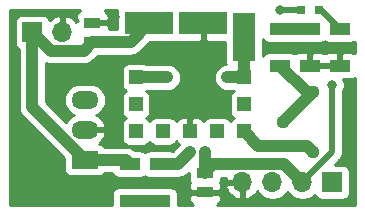
<source format=gtl>
%TF.GenerationSoftware,KiCad,Pcbnew,(5.1.8)-1*%
%TF.CreationDate,2021-03-06T21:20:45+09:00*%
%TF.ProjectId,power module,706f7765-7220-46d6-9f64-756c652e6b69,rev?*%
%TF.SameCoordinates,PX525bfc0PY59a0560*%
%TF.FileFunction,Copper,L1,Top*%
%TF.FilePolarity,Positive*%
%FSLAX46Y46*%
G04 Gerber Fmt 4.6, Leading zero omitted, Abs format (unit mm)*
G04 Created by KiCad (PCBNEW (5.1.8)-1) date 2021-03-06 21:20:45*
%MOMM*%
%LPD*%
G01*
G04 APERTURE LIST*
%TA.AperFunction,ComponentPad*%
%ADD10R,1.700000X1.700000*%
%TD*%
%TA.AperFunction,ComponentPad*%
%ADD11O,1.700000X1.700000*%
%TD*%
%TA.AperFunction,SMDPad,CuDef*%
%ADD12R,1.470000X0.970000*%
%TD*%
%TA.AperFunction,SMDPad,CuDef*%
%ADD13R,0.800000X0.800000*%
%TD*%
%TA.AperFunction,SMDPad,CuDef*%
%ADD14R,1.145000X1.145000*%
%TD*%
%TA.AperFunction,SMDPad,CuDef*%
%ADD15R,4.190000X1.905000*%
%TD*%
%TA.AperFunction,SMDPad,CuDef*%
%ADD16R,1.905000X4.190000*%
%TD*%
%TA.AperFunction,SMDPad,CuDef*%
%ADD17R,1.800000X1.050000*%
%TD*%
%TA.AperFunction,ComponentPad*%
%ADD18C,1.120000*%
%TD*%
%TA.AperFunction,ComponentPad*%
%ADD19R,2.300000X1.500000*%
%TD*%
%TA.AperFunction,ComponentPad*%
%ADD20O,2.300000X1.500000*%
%TD*%
%TA.AperFunction,ViaPad*%
%ADD21C,0.800000*%
%TD*%
%TA.AperFunction,Conductor*%
%ADD22C,1.000000*%
%TD*%
%TA.AperFunction,Conductor*%
%ADD23C,0.500000*%
%TD*%
%TA.AperFunction,Conductor*%
%ADD24C,0.254000*%
%TD*%
%TA.AperFunction,Conductor*%
%ADD25C,0.100000*%
%TD*%
G04 APERTURE END LIST*
D10*
%TO.P,J2,1*%
%TO.N,Net-(C1-Pad1)*%
X27940000Y2540000D03*
D11*
%TO.P,J2,2*%
%TO.N,Net-(C2-Pad1)*%
X25400000Y2540000D03*
%TO.P,J2,3*%
%TO.N,Net-(J2-Pad3)*%
X22860000Y2540000D03*
%TO.P,J2,4*%
%TO.N,Net-(C1-Pad2)*%
X20320000Y2540000D03*
%TD*%
D10*
%TO.P,J1,1*%
%TO.N,Net-(C1-Pad1)*%
X2540000Y15240000D03*
D11*
%TO.P,J1,2*%
%TO.N,Net-(C1-Pad2)*%
X5080000Y15240000D03*
%TD*%
D12*
%TO.P,C1,2*%
%TO.N,Net-(C1-Pad2)*%
X7620000Y16070000D03*
%TO.P,C1,1*%
%TO.N,Net-(C1-Pad1)*%
X7620000Y14410000D03*
%TD*%
%TO.P,C2,1*%
%TO.N,Net-(C2-Pad1)*%
X17145000Y3370000D03*
%TO.P,C2,2*%
%TO.N,Net-(C1-Pad2)*%
X17145000Y1710000D03*
%TD*%
D13*
%TO.P,LED1,1*%
%TO.N,Net-(C2-Pad1)*%
X25285000Y17145000D03*
%TO.P,LED1,2*%
%TO.N,Net-(LED1-Pad2)*%
X26785000Y17145000D03*
%TD*%
D14*
%TO.P,PS1,1*%
%TO.N,Net-(PS1-Pad1)*%
X11305000Y11430000D03*
D15*
%TO.P,PS1,2*%
%TO.N,Net-(C1-Pad1)*%
X12445000Y16000000D03*
%TO.P,PS1,3*%
%TO.N,Net-(C1-Pad2)*%
X17015000Y16000000D03*
D16*
%TO.P,PS1,4*%
%TO.N,Net-(C2-Pad1)*%
X20445000Y14860000D03*
D14*
%TO.P,PS1,5*%
X20445000Y11430000D03*
%TO.P,PS1,6*%
%TO.N,Net-(PS1-Pad6)*%
X20445000Y6860000D03*
%TO.P,PS1,7*%
%TO.N,Net-(C1-Pad2)*%
X15875000Y6860000D03*
%TO.P,PS1,8*%
%TO.N,N/C*%
X13585000Y6860000D03*
%TO.P,PS1,9*%
X11305000Y6860000D03*
%TO.P,PS1,10*%
X11305000Y9140000D03*
%TO.P,PS1,11*%
X20445000Y9140000D03*
%TO.P,PS1,12*%
X18165000Y6860000D03*
%TD*%
D17*
%TO.P,R1,1*%
%TO.N,Net-(C1-Pad1)*%
X10795000Y4090000D03*
%TO.P,R1,2*%
%TO.N,Net-(R1-Pad2)*%
X10795000Y990000D03*
%TD*%
%TO.P,R2,1*%
%TO.N,Net-(LED1-Pad2)*%
X28575000Y15520000D03*
%TO.P,R2,2*%
%TO.N,Net-(C1-Pad2)*%
X28575000Y12420000D03*
%TD*%
D18*
%TO.P,R3,1*%
%TO.N,Net-(PS1-Pad6)*%
X26315000Y5080000D03*
%TO.P,R3,2*%
%TO.N,Net-(R3-Pad2)*%
X23775000Y7620000D03*
%TO.P,R3,3*%
X26315000Y10160000D03*
%TD*%
D17*
%TO.P,R4,1*%
%TO.N,Net-(C1-Pad2)*%
X26035000Y12420000D03*
%TO.P,R4,2*%
%TO.N,Net-(R4-Pad2)*%
X26035000Y15520000D03*
%TD*%
%TO.P,R5,2*%
%TO.N,Net-(PS1-Pad1)*%
X13335000Y4090000D03*
%TO.P,R5,1*%
%TO.N,Net-(R1-Pad2)*%
X13335000Y990000D03*
%TD*%
%TO.P,R6,2*%
%TO.N,Net-(R3-Pad2)*%
X23495000Y12420000D03*
%TO.P,R6,1*%
%TO.N,Net-(R4-Pad2)*%
X23495000Y15520000D03*
%TD*%
D19*
%TO.P,U1,1*%
%TO.N,Net-(C1-Pad1)*%
X6985000Y4445000D03*
D20*
%TO.P,U1,2*%
%TO.N,Net-(C1-Pad2)*%
X6985000Y6985000D03*
%TO.P,U1,3*%
%TO.N,Net-(J2-Pad3)*%
X6985000Y9525000D03*
%TD*%
D21*
%TO.N,Net-(C1-Pad2)*%
X8890000Y11430000D03*
X22860000Y13970000D03*
X9525000Y16510000D03*
X13970000Y8890000D03*
X1270000Y1270000D03*
X1270000Y4445000D03*
X4445000Y1270000D03*
X15240000Y2540000D03*
X29210000Y10160000D03*
%TO.N,Net-(C2-Pad1)*%
X17145000Y5080000D03*
X19050000Y11430000D03*
X27940000Y10795000D03*
X23495000Y17145000D03*
%TO.N,Net-(PS1-Pad1)*%
X15875000Y5080000D03*
X13970000Y11430000D03*
%TD*%
D22*
%TO.N,Net-(C1-Pad1)*%
X2540000Y8890000D02*
X6985000Y4445000D01*
X2540000Y15240000D02*
X2540000Y8890000D01*
X6899999Y13689999D02*
X7620000Y14410000D01*
X4090001Y13689999D02*
X6899999Y13689999D01*
X2540000Y15240000D02*
X4090001Y13689999D01*
X10855000Y14410000D02*
X12445000Y16000000D01*
X7620000Y14410000D02*
X10855000Y14410000D01*
X10440000Y4445000D02*
X10795000Y4090000D01*
X6985000Y4445000D02*
X10440000Y4445000D01*
%TO.N,Net-(C2-Pad1)*%
X20445000Y11430000D02*
X20445000Y14860000D01*
X17145000Y3370000D02*
X17145000Y5080000D01*
X19050000Y11430000D02*
X20445000Y11430000D01*
X17865001Y4090001D02*
X23849999Y4090001D01*
X23849999Y4090001D02*
X25400000Y2540000D01*
X17145000Y3370000D02*
X17865001Y4090001D01*
D23*
X27940000Y5080000D02*
X27940000Y10795000D01*
X25400000Y2540000D02*
X27940000Y5080000D01*
X23495000Y17145000D02*
X25285000Y17145000D01*
%TO.N,Net-(LED1-Pad2)*%
X26950000Y17145000D02*
X28575000Y15520000D01*
X26785000Y17145000D02*
X26950000Y17145000D01*
D22*
%TO.N,Net-(PS1-Pad1)*%
X14885000Y4090000D02*
X15875000Y5080000D01*
X13335000Y4090000D02*
X14885000Y4090000D01*
X13970000Y11430000D02*
X11305000Y11430000D01*
%TO.N,Net-(PS1-Pad6)*%
X25755001Y5639999D02*
X26315000Y5080000D01*
X21665001Y5639999D02*
X25755001Y5639999D01*
X20445000Y6860000D02*
X21665001Y5639999D01*
%TO.N,Net-(R1-Pad2)*%
X10795000Y990000D02*
X13335000Y990000D01*
%TO.N,Net-(R3-Pad2)*%
X23775000Y7620000D02*
X26315000Y10160000D01*
X25755000Y10160000D02*
X23495000Y12420000D01*
X26315000Y10160000D02*
X25755000Y10160000D01*
%TO.N,Net-(R4-Pad2)*%
X23495000Y15520000D02*
X26035000Y15520000D01*
%TD*%
D24*
%TO.N,Net-(C1-Pad2)*%
X6530506Y17085537D02*
X6433815Y17006185D01*
X6354463Y16909494D01*
X6295498Y16799180D01*
X6259188Y16679482D01*
X6246928Y16555000D01*
X6250000Y16355750D01*
X6408748Y16197002D01*
X6250000Y16197002D01*
X6250000Y16149288D01*
X6080269Y16337588D01*
X5846920Y16511641D01*
X5584099Y16636825D01*
X5436890Y16681476D01*
X5207000Y16560155D01*
X5207000Y15367000D01*
X5227000Y15367000D01*
X5227000Y15113000D01*
X5207000Y15113000D01*
X5207000Y15093000D01*
X4953000Y15093000D01*
X4953000Y15113000D01*
X4933000Y15113000D01*
X4933000Y15367000D01*
X4953000Y15367000D01*
X4953000Y16560155D01*
X4723110Y16681476D01*
X4575901Y16636825D01*
X4313080Y16511641D01*
X4079731Y16337588D01*
X4003966Y16253534D01*
X3979502Y16334180D01*
X3920537Y16444494D01*
X3841185Y16541185D01*
X3744494Y16620537D01*
X3634180Y16679502D01*
X3514482Y16715812D01*
X3390000Y16728072D01*
X1690000Y16728072D01*
X1565518Y16715812D01*
X1445820Y16679502D01*
X1335506Y16620537D01*
X1238815Y16541185D01*
X1159463Y16444494D01*
X1100498Y16334180D01*
X1064188Y16214482D01*
X1051928Y16090000D01*
X1051928Y14390000D01*
X1064188Y14265518D01*
X1100498Y14145820D01*
X1159463Y14035506D01*
X1238815Y13938815D01*
X1335506Y13859463D01*
X1405000Y13822317D01*
X1405001Y8945761D01*
X1399509Y8890000D01*
X1421423Y8667502D01*
X1486324Y8453554D01*
X1486325Y8453553D01*
X1591717Y8256377D01*
X1733552Y8083551D01*
X1776860Y8048009D01*
X5196928Y4627940D01*
X5196928Y3695000D01*
X5209188Y3570518D01*
X5245498Y3450820D01*
X5304463Y3340506D01*
X5383815Y3243815D01*
X5480506Y3164463D01*
X5590820Y3105498D01*
X5710518Y3069188D01*
X5835000Y3056928D01*
X8135000Y3056928D01*
X8259482Y3069188D01*
X8379180Y3105498D01*
X8489494Y3164463D01*
X8586185Y3243815D01*
X8640501Y3310000D01*
X9311282Y3310000D01*
X9364463Y3210506D01*
X9443815Y3113815D01*
X9540506Y3034463D01*
X9650820Y2975498D01*
X9770518Y2939188D01*
X9895000Y2926928D01*
X11695000Y2926928D01*
X11819482Y2939188D01*
X11939180Y2975498D01*
X12049494Y3034463D01*
X12065000Y3047188D01*
X12080506Y3034463D01*
X12190820Y2975498D01*
X12310518Y2939188D01*
X12435000Y2926928D01*
X14235000Y2926928D01*
X14359482Y2939188D01*
X14411607Y2955000D01*
X14829249Y2955000D01*
X14885000Y2949509D01*
X14940751Y2955000D01*
X14940752Y2955000D01*
X15107499Y2971423D01*
X15321447Y3036324D01*
X15518623Y3141716D01*
X15691449Y3283551D01*
X15726996Y3326864D01*
X15771928Y3371797D01*
X15771928Y2885000D01*
X15784188Y2760518D01*
X15820498Y2640820D01*
X15874388Y2540000D01*
X15820498Y2439180D01*
X15784188Y2319482D01*
X15771928Y2195000D01*
X15775000Y1995750D01*
X15933750Y1837000D01*
X17018000Y1837000D01*
X17018000Y1857000D01*
X17272000Y1857000D01*
X17272000Y1837000D01*
X18356250Y1837000D01*
X18515000Y1995750D01*
X18517888Y2183109D01*
X18878519Y2183109D01*
X18975843Y1908748D01*
X19124822Y1658645D01*
X19319731Y1442412D01*
X19553080Y1268359D01*
X19815901Y1143175D01*
X19963110Y1098524D01*
X20193000Y1219845D01*
X20193000Y2413000D01*
X18999186Y2413000D01*
X18878519Y2183109D01*
X18517888Y2183109D01*
X18518072Y2195000D01*
X18505812Y2319482D01*
X18469502Y2439180D01*
X18415612Y2540000D01*
X18469502Y2640820D01*
X18505812Y2760518D01*
X18518072Y2885000D01*
X18518072Y2955001D01*
X18899132Y2955001D01*
X18878519Y2896891D01*
X18999186Y2667000D01*
X20193000Y2667000D01*
X20193000Y2687000D01*
X20447000Y2687000D01*
X20447000Y2667000D01*
X20467000Y2667000D01*
X20467000Y2413000D01*
X20447000Y2413000D01*
X20447000Y1219845D01*
X20676890Y1098524D01*
X20824099Y1143175D01*
X21086920Y1268359D01*
X21320269Y1442412D01*
X21515178Y1658645D01*
X21584805Y1775534D01*
X21706525Y1593368D01*
X21913368Y1386525D01*
X22156589Y1224010D01*
X22426842Y1112068D01*
X22713740Y1055000D01*
X23006260Y1055000D01*
X23293158Y1112068D01*
X23563411Y1224010D01*
X23806632Y1386525D01*
X24013475Y1593368D01*
X24130000Y1767760D01*
X24246525Y1593368D01*
X24453368Y1386525D01*
X24696589Y1224010D01*
X24966842Y1112068D01*
X25253740Y1055000D01*
X25546260Y1055000D01*
X25833158Y1112068D01*
X26103411Y1224010D01*
X26346632Y1386525D01*
X26478487Y1518380D01*
X26500498Y1445820D01*
X26559463Y1335506D01*
X26638815Y1238815D01*
X26735506Y1159463D01*
X26845820Y1100498D01*
X26965518Y1064188D01*
X27090000Y1051928D01*
X28790000Y1051928D01*
X28914482Y1064188D01*
X29034180Y1100498D01*
X29144494Y1159463D01*
X29241185Y1238815D01*
X29320537Y1335506D01*
X29379502Y1445820D01*
X29415812Y1565518D01*
X29428072Y1690000D01*
X29428072Y3390000D01*
X29415812Y3514482D01*
X29379502Y3634180D01*
X29320537Y3744494D01*
X29241185Y3841185D01*
X29144494Y3920537D01*
X29034180Y3979502D01*
X28914482Y4015812D01*
X28790000Y4028072D01*
X28139651Y4028072D01*
X28535050Y4423471D01*
X28568817Y4451183D01*
X28679411Y4585941D01*
X28761589Y4739687D01*
X28812195Y4906510D01*
X28825000Y5036523D01*
X28825000Y5036533D01*
X28829281Y5079999D01*
X28825000Y5123465D01*
X28825000Y10256546D01*
X28857205Y10304744D01*
X28935226Y10493102D01*
X28975000Y10693061D01*
X28975000Y10896939D01*
X28935226Y11096898D01*
X28867681Y11259965D01*
X29475000Y11256928D01*
X29599482Y11269188D01*
X29719180Y11305498D01*
X29820000Y11359388D01*
X29820001Y660000D01*
X18170019Y660000D01*
X18234494Y694463D01*
X18331185Y773815D01*
X18410537Y870506D01*
X18469502Y980820D01*
X18505812Y1100518D01*
X18518072Y1225000D01*
X18515000Y1424250D01*
X18356250Y1583000D01*
X17272000Y1583000D01*
X17272000Y1563000D01*
X17018000Y1563000D01*
X17018000Y1583000D01*
X15933750Y1583000D01*
X15775000Y1424250D01*
X15771928Y1225000D01*
X15784188Y1100518D01*
X15820498Y980820D01*
X15879463Y870506D01*
X15958815Y773815D01*
X16055506Y694463D01*
X16119981Y660000D01*
X14873072Y660000D01*
X14873072Y1515000D01*
X14860812Y1639482D01*
X14824502Y1759180D01*
X14765537Y1869494D01*
X14686185Y1966185D01*
X14589494Y2045537D01*
X14479180Y2104502D01*
X14359482Y2140812D01*
X14235000Y2153072D01*
X12435000Y2153072D01*
X12310518Y2140812D01*
X12258393Y2125000D01*
X11871607Y2125000D01*
X11819482Y2140812D01*
X11695000Y2153072D01*
X9895000Y2153072D01*
X9770518Y2140812D01*
X9650820Y2104502D01*
X9540506Y2045537D01*
X9443815Y1966185D01*
X9364463Y1869494D01*
X9305498Y1759180D01*
X9269188Y1639482D01*
X9256928Y1515000D01*
X9256928Y660000D01*
X660000Y660000D01*
X660000Y17120000D01*
X6594981Y17120000D01*
X6530506Y17085537D01*
%TA.AperFunction,Conductor*%
D25*
G36*
X6530506Y17085537D02*
G01*
X6433815Y17006185D01*
X6354463Y16909494D01*
X6295498Y16799180D01*
X6259188Y16679482D01*
X6246928Y16555000D01*
X6250000Y16355750D01*
X6408748Y16197002D01*
X6250000Y16197002D01*
X6250000Y16149288D01*
X6080269Y16337588D01*
X5846920Y16511641D01*
X5584099Y16636825D01*
X5436890Y16681476D01*
X5207000Y16560155D01*
X5207000Y15367000D01*
X5227000Y15367000D01*
X5227000Y15113000D01*
X5207000Y15113000D01*
X5207000Y15093000D01*
X4953000Y15093000D01*
X4953000Y15113000D01*
X4933000Y15113000D01*
X4933000Y15367000D01*
X4953000Y15367000D01*
X4953000Y16560155D01*
X4723110Y16681476D01*
X4575901Y16636825D01*
X4313080Y16511641D01*
X4079731Y16337588D01*
X4003966Y16253534D01*
X3979502Y16334180D01*
X3920537Y16444494D01*
X3841185Y16541185D01*
X3744494Y16620537D01*
X3634180Y16679502D01*
X3514482Y16715812D01*
X3390000Y16728072D01*
X1690000Y16728072D01*
X1565518Y16715812D01*
X1445820Y16679502D01*
X1335506Y16620537D01*
X1238815Y16541185D01*
X1159463Y16444494D01*
X1100498Y16334180D01*
X1064188Y16214482D01*
X1051928Y16090000D01*
X1051928Y14390000D01*
X1064188Y14265518D01*
X1100498Y14145820D01*
X1159463Y14035506D01*
X1238815Y13938815D01*
X1335506Y13859463D01*
X1405000Y13822317D01*
X1405001Y8945761D01*
X1399509Y8890000D01*
X1421423Y8667502D01*
X1486324Y8453554D01*
X1486325Y8453553D01*
X1591717Y8256377D01*
X1733552Y8083551D01*
X1776860Y8048009D01*
X5196928Y4627940D01*
X5196928Y3695000D01*
X5209188Y3570518D01*
X5245498Y3450820D01*
X5304463Y3340506D01*
X5383815Y3243815D01*
X5480506Y3164463D01*
X5590820Y3105498D01*
X5710518Y3069188D01*
X5835000Y3056928D01*
X8135000Y3056928D01*
X8259482Y3069188D01*
X8379180Y3105498D01*
X8489494Y3164463D01*
X8586185Y3243815D01*
X8640501Y3310000D01*
X9311282Y3310000D01*
X9364463Y3210506D01*
X9443815Y3113815D01*
X9540506Y3034463D01*
X9650820Y2975498D01*
X9770518Y2939188D01*
X9895000Y2926928D01*
X11695000Y2926928D01*
X11819482Y2939188D01*
X11939180Y2975498D01*
X12049494Y3034463D01*
X12065000Y3047188D01*
X12080506Y3034463D01*
X12190820Y2975498D01*
X12310518Y2939188D01*
X12435000Y2926928D01*
X14235000Y2926928D01*
X14359482Y2939188D01*
X14411607Y2955000D01*
X14829249Y2955000D01*
X14885000Y2949509D01*
X14940751Y2955000D01*
X14940752Y2955000D01*
X15107499Y2971423D01*
X15321447Y3036324D01*
X15518623Y3141716D01*
X15691449Y3283551D01*
X15726996Y3326864D01*
X15771928Y3371797D01*
X15771928Y2885000D01*
X15784188Y2760518D01*
X15820498Y2640820D01*
X15874388Y2540000D01*
X15820498Y2439180D01*
X15784188Y2319482D01*
X15771928Y2195000D01*
X15775000Y1995750D01*
X15933750Y1837000D01*
X17018000Y1837000D01*
X17018000Y1857000D01*
X17272000Y1857000D01*
X17272000Y1837000D01*
X18356250Y1837000D01*
X18515000Y1995750D01*
X18517888Y2183109D01*
X18878519Y2183109D01*
X18975843Y1908748D01*
X19124822Y1658645D01*
X19319731Y1442412D01*
X19553080Y1268359D01*
X19815901Y1143175D01*
X19963110Y1098524D01*
X20193000Y1219845D01*
X20193000Y2413000D01*
X18999186Y2413000D01*
X18878519Y2183109D01*
X18517888Y2183109D01*
X18518072Y2195000D01*
X18505812Y2319482D01*
X18469502Y2439180D01*
X18415612Y2540000D01*
X18469502Y2640820D01*
X18505812Y2760518D01*
X18518072Y2885000D01*
X18518072Y2955001D01*
X18899132Y2955001D01*
X18878519Y2896891D01*
X18999186Y2667000D01*
X20193000Y2667000D01*
X20193000Y2687000D01*
X20447000Y2687000D01*
X20447000Y2667000D01*
X20467000Y2667000D01*
X20467000Y2413000D01*
X20447000Y2413000D01*
X20447000Y1219845D01*
X20676890Y1098524D01*
X20824099Y1143175D01*
X21086920Y1268359D01*
X21320269Y1442412D01*
X21515178Y1658645D01*
X21584805Y1775534D01*
X21706525Y1593368D01*
X21913368Y1386525D01*
X22156589Y1224010D01*
X22426842Y1112068D01*
X22713740Y1055000D01*
X23006260Y1055000D01*
X23293158Y1112068D01*
X23563411Y1224010D01*
X23806632Y1386525D01*
X24013475Y1593368D01*
X24130000Y1767760D01*
X24246525Y1593368D01*
X24453368Y1386525D01*
X24696589Y1224010D01*
X24966842Y1112068D01*
X25253740Y1055000D01*
X25546260Y1055000D01*
X25833158Y1112068D01*
X26103411Y1224010D01*
X26346632Y1386525D01*
X26478487Y1518380D01*
X26500498Y1445820D01*
X26559463Y1335506D01*
X26638815Y1238815D01*
X26735506Y1159463D01*
X26845820Y1100498D01*
X26965518Y1064188D01*
X27090000Y1051928D01*
X28790000Y1051928D01*
X28914482Y1064188D01*
X29034180Y1100498D01*
X29144494Y1159463D01*
X29241185Y1238815D01*
X29320537Y1335506D01*
X29379502Y1445820D01*
X29415812Y1565518D01*
X29428072Y1690000D01*
X29428072Y3390000D01*
X29415812Y3514482D01*
X29379502Y3634180D01*
X29320537Y3744494D01*
X29241185Y3841185D01*
X29144494Y3920537D01*
X29034180Y3979502D01*
X28914482Y4015812D01*
X28790000Y4028072D01*
X28139651Y4028072D01*
X28535050Y4423471D01*
X28568817Y4451183D01*
X28679411Y4585941D01*
X28761589Y4739687D01*
X28812195Y4906510D01*
X28825000Y5036523D01*
X28825000Y5036533D01*
X28829281Y5079999D01*
X28825000Y5123465D01*
X28825000Y10256546D01*
X28857205Y10304744D01*
X28935226Y10493102D01*
X28975000Y10693061D01*
X28975000Y10896939D01*
X28935226Y11096898D01*
X28867681Y11259965D01*
X29475000Y11256928D01*
X29599482Y11269188D01*
X29719180Y11305498D01*
X29820000Y11359388D01*
X29820001Y660000D01*
X18170019Y660000D01*
X18234494Y694463D01*
X18331185Y773815D01*
X18410537Y870506D01*
X18469502Y980820D01*
X18505812Y1100518D01*
X18518072Y1225000D01*
X18515000Y1424250D01*
X18356250Y1583000D01*
X17272000Y1583000D01*
X17272000Y1563000D01*
X17018000Y1563000D01*
X17018000Y1583000D01*
X15933750Y1583000D01*
X15775000Y1424250D01*
X15771928Y1225000D01*
X15784188Y1100518D01*
X15820498Y980820D01*
X15879463Y870506D01*
X15958815Y773815D01*
X16055506Y694463D01*
X16119981Y660000D01*
X14873072Y660000D01*
X14873072Y1515000D01*
X14860812Y1639482D01*
X14824502Y1759180D01*
X14765537Y1869494D01*
X14686185Y1966185D01*
X14589494Y2045537D01*
X14479180Y2104502D01*
X14359482Y2140812D01*
X14235000Y2153072D01*
X12435000Y2153072D01*
X12310518Y2140812D01*
X12258393Y2125000D01*
X11871607Y2125000D01*
X11819482Y2140812D01*
X11695000Y2153072D01*
X9895000Y2153072D01*
X9770518Y2140812D01*
X9650820Y2104502D01*
X9540506Y2045537D01*
X9443815Y1966185D01*
X9364463Y1869494D01*
X9305498Y1759180D01*
X9269188Y1639482D01*
X9256928Y1515000D01*
X9256928Y660000D01*
X660000Y660000D01*
X660000Y17120000D01*
X6594981Y17120000D01*
X6530506Y17085537D01*
G37*
%TD.AperFunction*%
D24*
X17142000Y16127000D02*
X17162000Y16127000D01*
X17162000Y15873000D01*
X17142000Y15873000D01*
X17142000Y14571250D01*
X17300750Y14412500D01*
X18854428Y14409862D01*
X18854428Y12765000D01*
X18866688Y12640518D01*
X18892632Y12554992D01*
X18827501Y12548577D01*
X18613553Y12483676D01*
X18416377Y12378284D01*
X18243551Y12236449D01*
X18101716Y12063623D01*
X17996324Y11866447D01*
X17931423Y11652499D01*
X17909509Y11430000D01*
X17931423Y11207501D01*
X17996324Y10993553D01*
X18101716Y10796377D01*
X18243551Y10623551D01*
X18416377Y10481716D01*
X18613553Y10376324D01*
X18827501Y10311423D01*
X18994248Y10295000D01*
X19577804Y10295000D01*
X19596512Y10285000D01*
X19518006Y10243037D01*
X19421315Y10163685D01*
X19341963Y10066994D01*
X19282998Y9956680D01*
X19246688Y9836982D01*
X19234428Y9712500D01*
X19234428Y8567500D01*
X19246688Y8443018D01*
X19282998Y8323320D01*
X19341963Y8213006D01*
X19421315Y8116315D01*
X19518006Y8036963D01*
X19587158Y8000000D01*
X19518006Y7963037D01*
X19421315Y7883685D01*
X19341963Y7786994D01*
X19305000Y7717842D01*
X19268037Y7786994D01*
X19188685Y7883685D01*
X19091994Y7963037D01*
X18981680Y8022002D01*
X18861982Y8058312D01*
X18737500Y8070572D01*
X17592500Y8070572D01*
X17468018Y8058312D01*
X17348320Y8022002D01*
X17238006Y7963037D01*
X17141315Y7883685D01*
X17061963Y7786994D01*
X17020000Y7708488D01*
X16978037Y7786994D01*
X16898685Y7883685D01*
X16801994Y7963037D01*
X16691680Y8022002D01*
X16571982Y8058312D01*
X16447500Y8070572D01*
X16160750Y8067500D01*
X16002000Y7908750D01*
X16002000Y6987000D01*
X16022000Y6987000D01*
X16022000Y6733000D01*
X16002000Y6733000D01*
X16002000Y6713000D01*
X15748000Y6713000D01*
X15748000Y6733000D01*
X15728000Y6733000D01*
X15728000Y6987000D01*
X15748000Y6987000D01*
X15748000Y7908750D01*
X15589250Y8067500D01*
X15302500Y8070572D01*
X15178018Y8058312D01*
X15058320Y8022002D01*
X14948006Y7963037D01*
X14851315Y7883685D01*
X14771963Y7786994D01*
X14730000Y7708488D01*
X14688037Y7786994D01*
X14608685Y7883685D01*
X14511994Y7963037D01*
X14401680Y8022002D01*
X14281982Y8058312D01*
X14157500Y8070572D01*
X13012500Y8070572D01*
X12888018Y8058312D01*
X12768320Y8022002D01*
X12658006Y7963037D01*
X12561315Y7883685D01*
X12481963Y7786994D01*
X12445000Y7717842D01*
X12408037Y7786994D01*
X12328685Y7883685D01*
X12231994Y7963037D01*
X12162842Y8000000D01*
X12231994Y8036963D01*
X12328685Y8116315D01*
X12408037Y8213006D01*
X12467002Y8323320D01*
X12503312Y8443018D01*
X12515572Y8567500D01*
X12515572Y9712500D01*
X12503312Y9836982D01*
X12467002Y9956680D01*
X12408037Y10066994D01*
X12328685Y10163685D01*
X12231994Y10243037D01*
X12153488Y10285000D01*
X12172196Y10295000D01*
X14025752Y10295000D01*
X14192499Y10311423D01*
X14406447Y10376324D01*
X14603623Y10481716D01*
X14776449Y10623551D01*
X14918284Y10796377D01*
X15023676Y10993553D01*
X15088577Y11207501D01*
X15110491Y11430000D01*
X15088577Y11652499D01*
X15023676Y11866447D01*
X14918284Y12063623D01*
X14776449Y12236449D01*
X14603623Y12378284D01*
X14406447Y12483676D01*
X14192499Y12548577D01*
X14025752Y12565000D01*
X12172196Y12565000D01*
X12121680Y12592002D01*
X12001982Y12628312D01*
X11877500Y12640572D01*
X10732500Y12640572D01*
X10608018Y12628312D01*
X10488320Y12592002D01*
X10378006Y12533037D01*
X10281315Y12453685D01*
X10201963Y12356994D01*
X10142998Y12246680D01*
X10106688Y12126982D01*
X10094428Y12002500D01*
X10094428Y10857500D01*
X10106688Y10733018D01*
X10142998Y10613320D01*
X10201963Y10503006D01*
X10281315Y10406315D01*
X10378006Y10326963D01*
X10456512Y10285000D01*
X10378006Y10243037D01*
X10281315Y10163685D01*
X10201963Y10066994D01*
X10142998Y9956680D01*
X10106688Y9836982D01*
X10094428Y9712500D01*
X10094428Y8567500D01*
X10106688Y8443018D01*
X10142998Y8323320D01*
X10201963Y8213006D01*
X10281315Y8116315D01*
X10378006Y8036963D01*
X10447158Y8000000D01*
X10378006Y7963037D01*
X10281315Y7883685D01*
X10201963Y7786994D01*
X10142998Y7676680D01*
X10106688Y7556982D01*
X10094428Y7432500D01*
X10094428Y6287500D01*
X10106688Y6163018D01*
X10142998Y6043320D01*
X10201963Y5933006D01*
X10281315Y5836315D01*
X10378006Y5756963D01*
X10488320Y5697998D01*
X10608018Y5661688D01*
X10732500Y5649428D01*
X11877500Y5649428D01*
X12001982Y5661688D01*
X12121680Y5697998D01*
X12231994Y5756963D01*
X12328685Y5836315D01*
X12408037Y5933006D01*
X12445000Y6002158D01*
X12481963Y5933006D01*
X12561315Y5836315D01*
X12658006Y5756963D01*
X12768320Y5697998D01*
X12888018Y5661688D01*
X13012500Y5649428D01*
X14157500Y5649428D01*
X14281982Y5661688D01*
X14401680Y5697998D01*
X14511994Y5756963D01*
X14608685Y5836315D01*
X14688037Y5933006D01*
X14730000Y6011512D01*
X14771963Y5933006D01*
X14851315Y5836315D01*
X14947361Y5757493D01*
X14414869Y5225000D01*
X14411607Y5225000D01*
X14359482Y5240812D01*
X14235000Y5253072D01*
X12435000Y5253072D01*
X12310518Y5240812D01*
X12190820Y5204502D01*
X12080506Y5145537D01*
X12065000Y5132812D01*
X12049494Y5145537D01*
X11939180Y5204502D01*
X11819482Y5240812D01*
X11695000Y5253072D01*
X11244471Y5253072D01*
X11073623Y5393284D01*
X10876447Y5498676D01*
X10662499Y5563577D01*
X10495752Y5580000D01*
X10495751Y5580000D01*
X10440000Y5585491D01*
X10384249Y5580000D01*
X8640501Y5580000D01*
X8586185Y5646185D01*
X8489494Y5725537D01*
X8379180Y5784502D01*
X8259482Y5820812D01*
X8150126Y5831582D01*
X8260061Y5903972D01*
X8454145Y6095460D01*
X8607142Y6321132D01*
X8713173Y6572316D01*
X8727318Y6643815D01*
X8604656Y6858000D01*
X7112000Y6858000D01*
X7112000Y6838000D01*
X6858000Y6838000D01*
X6858000Y6858000D01*
X6838000Y6858000D01*
X6838000Y7112000D01*
X6858000Y7112000D01*
X6858000Y7132000D01*
X7112000Y7132000D01*
X7112000Y7112000D01*
X8604656Y7112000D01*
X8727318Y7326185D01*
X8713173Y7397684D01*
X8607142Y7648868D01*
X8454145Y7874540D01*
X8260061Y8066028D01*
X8032349Y8215972D01*
X7942422Y8252514D01*
X8158188Y8367843D01*
X8369081Y8540919D01*
X8542157Y8751812D01*
X8670764Y8992419D01*
X8749960Y9253493D01*
X8776701Y9525000D01*
X8749960Y9796507D01*
X8670764Y10057581D01*
X8542157Y10298188D01*
X8369081Y10509081D01*
X8158188Y10682157D01*
X7917581Y10810764D01*
X7656507Y10889960D01*
X7453037Y10910000D01*
X6516963Y10910000D01*
X6313493Y10889960D01*
X6052419Y10810764D01*
X5811812Y10682157D01*
X5600919Y10509081D01*
X5427843Y10298188D01*
X5299236Y10057581D01*
X5220040Y9796507D01*
X5193299Y9525000D01*
X5220040Y9253493D01*
X5299236Y8992419D01*
X5427843Y8751812D01*
X5600919Y8540919D01*
X5811812Y8367843D01*
X6027578Y8252514D01*
X5937651Y8215972D01*
X5709939Y8066028D01*
X5515855Y7874540D01*
X5372315Y7662817D01*
X3675000Y9360131D01*
X3675000Y12629817D01*
X3867502Y12571422D01*
X4034249Y12554999D01*
X4034258Y12554999D01*
X4090000Y12549509D01*
X4145742Y12554999D01*
X6844248Y12554999D01*
X6899999Y12549508D01*
X6955750Y12554999D01*
X6955751Y12554999D01*
X7122498Y12571422D01*
X7336446Y12636323D01*
X7533622Y12741715D01*
X7706448Y12883550D01*
X7741995Y12926864D01*
X8090131Y13275000D01*
X10799249Y13275000D01*
X10855000Y13269509D01*
X10910751Y13275000D01*
X10910752Y13275000D01*
X11077499Y13291423D01*
X11291447Y13356324D01*
X11488623Y13461716D01*
X11661449Y13603551D01*
X11696995Y13646864D01*
X12459560Y14409428D01*
X14540000Y14409428D01*
X14664482Y14421688D01*
X14730000Y14441563D01*
X14795518Y14421688D01*
X14920000Y14409428D01*
X16729250Y14412500D01*
X16888000Y14571250D01*
X16888000Y15873000D01*
X16868000Y15873000D01*
X16868000Y16127000D01*
X16888000Y16127000D01*
X16888000Y16147000D01*
X17142000Y16147000D01*
X17142000Y16127000D01*
%TA.AperFunction,Conductor*%
D25*
G36*
X17142000Y16127000D02*
G01*
X17162000Y16127000D01*
X17162000Y15873000D01*
X17142000Y15873000D01*
X17142000Y14571250D01*
X17300750Y14412500D01*
X18854428Y14409862D01*
X18854428Y12765000D01*
X18866688Y12640518D01*
X18892632Y12554992D01*
X18827501Y12548577D01*
X18613553Y12483676D01*
X18416377Y12378284D01*
X18243551Y12236449D01*
X18101716Y12063623D01*
X17996324Y11866447D01*
X17931423Y11652499D01*
X17909509Y11430000D01*
X17931423Y11207501D01*
X17996324Y10993553D01*
X18101716Y10796377D01*
X18243551Y10623551D01*
X18416377Y10481716D01*
X18613553Y10376324D01*
X18827501Y10311423D01*
X18994248Y10295000D01*
X19577804Y10295000D01*
X19596512Y10285000D01*
X19518006Y10243037D01*
X19421315Y10163685D01*
X19341963Y10066994D01*
X19282998Y9956680D01*
X19246688Y9836982D01*
X19234428Y9712500D01*
X19234428Y8567500D01*
X19246688Y8443018D01*
X19282998Y8323320D01*
X19341963Y8213006D01*
X19421315Y8116315D01*
X19518006Y8036963D01*
X19587158Y8000000D01*
X19518006Y7963037D01*
X19421315Y7883685D01*
X19341963Y7786994D01*
X19305000Y7717842D01*
X19268037Y7786994D01*
X19188685Y7883685D01*
X19091994Y7963037D01*
X18981680Y8022002D01*
X18861982Y8058312D01*
X18737500Y8070572D01*
X17592500Y8070572D01*
X17468018Y8058312D01*
X17348320Y8022002D01*
X17238006Y7963037D01*
X17141315Y7883685D01*
X17061963Y7786994D01*
X17020000Y7708488D01*
X16978037Y7786994D01*
X16898685Y7883685D01*
X16801994Y7963037D01*
X16691680Y8022002D01*
X16571982Y8058312D01*
X16447500Y8070572D01*
X16160750Y8067500D01*
X16002000Y7908750D01*
X16002000Y6987000D01*
X16022000Y6987000D01*
X16022000Y6733000D01*
X16002000Y6733000D01*
X16002000Y6713000D01*
X15748000Y6713000D01*
X15748000Y6733000D01*
X15728000Y6733000D01*
X15728000Y6987000D01*
X15748000Y6987000D01*
X15748000Y7908750D01*
X15589250Y8067500D01*
X15302500Y8070572D01*
X15178018Y8058312D01*
X15058320Y8022002D01*
X14948006Y7963037D01*
X14851315Y7883685D01*
X14771963Y7786994D01*
X14730000Y7708488D01*
X14688037Y7786994D01*
X14608685Y7883685D01*
X14511994Y7963037D01*
X14401680Y8022002D01*
X14281982Y8058312D01*
X14157500Y8070572D01*
X13012500Y8070572D01*
X12888018Y8058312D01*
X12768320Y8022002D01*
X12658006Y7963037D01*
X12561315Y7883685D01*
X12481963Y7786994D01*
X12445000Y7717842D01*
X12408037Y7786994D01*
X12328685Y7883685D01*
X12231994Y7963037D01*
X12162842Y8000000D01*
X12231994Y8036963D01*
X12328685Y8116315D01*
X12408037Y8213006D01*
X12467002Y8323320D01*
X12503312Y8443018D01*
X12515572Y8567500D01*
X12515572Y9712500D01*
X12503312Y9836982D01*
X12467002Y9956680D01*
X12408037Y10066994D01*
X12328685Y10163685D01*
X12231994Y10243037D01*
X12153488Y10285000D01*
X12172196Y10295000D01*
X14025752Y10295000D01*
X14192499Y10311423D01*
X14406447Y10376324D01*
X14603623Y10481716D01*
X14776449Y10623551D01*
X14918284Y10796377D01*
X15023676Y10993553D01*
X15088577Y11207501D01*
X15110491Y11430000D01*
X15088577Y11652499D01*
X15023676Y11866447D01*
X14918284Y12063623D01*
X14776449Y12236449D01*
X14603623Y12378284D01*
X14406447Y12483676D01*
X14192499Y12548577D01*
X14025752Y12565000D01*
X12172196Y12565000D01*
X12121680Y12592002D01*
X12001982Y12628312D01*
X11877500Y12640572D01*
X10732500Y12640572D01*
X10608018Y12628312D01*
X10488320Y12592002D01*
X10378006Y12533037D01*
X10281315Y12453685D01*
X10201963Y12356994D01*
X10142998Y12246680D01*
X10106688Y12126982D01*
X10094428Y12002500D01*
X10094428Y10857500D01*
X10106688Y10733018D01*
X10142998Y10613320D01*
X10201963Y10503006D01*
X10281315Y10406315D01*
X10378006Y10326963D01*
X10456512Y10285000D01*
X10378006Y10243037D01*
X10281315Y10163685D01*
X10201963Y10066994D01*
X10142998Y9956680D01*
X10106688Y9836982D01*
X10094428Y9712500D01*
X10094428Y8567500D01*
X10106688Y8443018D01*
X10142998Y8323320D01*
X10201963Y8213006D01*
X10281315Y8116315D01*
X10378006Y8036963D01*
X10447158Y8000000D01*
X10378006Y7963037D01*
X10281315Y7883685D01*
X10201963Y7786994D01*
X10142998Y7676680D01*
X10106688Y7556982D01*
X10094428Y7432500D01*
X10094428Y6287500D01*
X10106688Y6163018D01*
X10142998Y6043320D01*
X10201963Y5933006D01*
X10281315Y5836315D01*
X10378006Y5756963D01*
X10488320Y5697998D01*
X10608018Y5661688D01*
X10732500Y5649428D01*
X11877500Y5649428D01*
X12001982Y5661688D01*
X12121680Y5697998D01*
X12231994Y5756963D01*
X12328685Y5836315D01*
X12408037Y5933006D01*
X12445000Y6002158D01*
X12481963Y5933006D01*
X12561315Y5836315D01*
X12658006Y5756963D01*
X12768320Y5697998D01*
X12888018Y5661688D01*
X13012500Y5649428D01*
X14157500Y5649428D01*
X14281982Y5661688D01*
X14401680Y5697998D01*
X14511994Y5756963D01*
X14608685Y5836315D01*
X14688037Y5933006D01*
X14730000Y6011512D01*
X14771963Y5933006D01*
X14851315Y5836315D01*
X14947361Y5757493D01*
X14414869Y5225000D01*
X14411607Y5225000D01*
X14359482Y5240812D01*
X14235000Y5253072D01*
X12435000Y5253072D01*
X12310518Y5240812D01*
X12190820Y5204502D01*
X12080506Y5145537D01*
X12065000Y5132812D01*
X12049494Y5145537D01*
X11939180Y5204502D01*
X11819482Y5240812D01*
X11695000Y5253072D01*
X11244471Y5253072D01*
X11073623Y5393284D01*
X10876447Y5498676D01*
X10662499Y5563577D01*
X10495752Y5580000D01*
X10495751Y5580000D01*
X10440000Y5585491D01*
X10384249Y5580000D01*
X8640501Y5580000D01*
X8586185Y5646185D01*
X8489494Y5725537D01*
X8379180Y5784502D01*
X8259482Y5820812D01*
X8150126Y5831582D01*
X8260061Y5903972D01*
X8454145Y6095460D01*
X8607142Y6321132D01*
X8713173Y6572316D01*
X8727318Y6643815D01*
X8604656Y6858000D01*
X7112000Y6858000D01*
X7112000Y6838000D01*
X6858000Y6838000D01*
X6858000Y6858000D01*
X6838000Y6858000D01*
X6838000Y7112000D01*
X6858000Y7112000D01*
X6858000Y7132000D01*
X7112000Y7132000D01*
X7112000Y7112000D01*
X8604656Y7112000D01*
X8727318Y7326185D01*
X8713173Y7397684D01*
X8607142Y7648868D01*
X8454145Y7874540D01*
X8260061Y8066028D01*
X8032349Y8215972D01*
X7942422Y8252514D01*
X8158188Y8367843D01*
X8369081Y8540919D01*
X8542157Y8751812D01*
X8670764Y8992419D01*
X8749960Y9253493D01*
X8776701Y9525000D01*
X8749960Y9796507D01*
X8670764Y10057581D01*
X8542157Y10298188D01*
X8369081Y10509081D01*
X8158188Y10682157D01*
X7917581Y10810764D01*
X7656507Y10889960D01*
X7453037Y10910000D01*
X6516963Y10910000D01*
X6313493Y10889960D01*
X6052419Y10810764D01*
X5811812Y10682157D01*
X5600919Y10509081D01*
X5427843Y10298188D01*
X5299236Y10057581D01*
X5220040Y9796507D01*
X5193299Y9525000D01*
X5220040Y9253493D01*
X5299236Y8992419D01*
X5427843Y8751812D01*
X5600919Y8540919D01*
X5811812Y8367843D01*
X6027578Y8252514D01*
X5937651Y8215972D01*
X5709939Y8066028D01*
X5515855Y7874540D01*
X5372315Y7662817D01*
X3675000Y9360131D01*
X3675000Y12629817D01*
X3867502Y12571422D01*
X4034249Y12554999D01*
X4034258Y12554999D01*
X4090000Y12549509D01*
X4145742Y12554999D01*
X6844248Y12554999D01*
X6899999Y12549508D01*
X6955750Y12554999D01*
X6955751Y12554999D01*
X7122498Y12571422D01*
X7336446Y12636323D01*
X7533622Y12741715D01*
X7706448Y12883550D01*
X7741995Y12926864D01*
X8090131Y13275000D01*
X10799249Y13275000D01*
X10855000Y13269509D01*
X10910751Y13275000D01*
X10910752Y13275000D01*
X11077499Y13291423D01*
X11291447Y13356324D01*
X11488623Y13461716D01*
X11661449Y13603551D01*
X11696995Y13646864D01*
X12459560Y14409428D01*
X14540000Y14409428D01*
X14664482Y14421688D01*
X14730000Y14441563D01*
X14795518Y14421688D01*
X14920000Y14409428D01*
X16729250Y14412500D01*
X16888000Y14571250D01*
X16888000Y15873000D01*
X16868000Y15873000D01*
X16868000Y16127000D01*
X16888000Y16127000D01*
X16888000Y16147000D01*
X17142000Y16147000D01*
X17142000Y16127000D01*
G37*
%TD.AperFunction*%
D24*
X22064463Y14640506D02*
X22143815Y14543815D01*
X22240506Y14464463D01*
X22350820Y14405498D01*
X22470518Y14369188D01*
X22595000Y14356928D01*
X24395000Y14356928D01*
X24519482Y14369188D01*
X24571607Y14385000D01*
X24958393Y14385000D01*
X25010518Y14369188D01*
X25135000Y14356928D01*
X26935000Y14356928D01*
X27059482Y14369188D01*
X27179180Y14405498D01*
X27289494Y14464463D01*
X27305000Y14477188D01*
X27320506Y14464463D01*
X27430820Y14405498D01*
X27550518Y14369188D01*
X27675000Y14356928D01*
X29475000Y14356928D01*
X29599482Y14369188D01*
X29719180Y14405498D01*
X29820000Y14459388D01*
X29820000Y13480612D01*
X29719180Y13534502D01*
X29599482Y13570812D01*
X29475000Y13583072D01*
X28860750Y13580000D01*
X28702000Y13421250D01*
X28702000Y12547000D01*
X28722000Y12547000D01*
X28722000Y12293000D01*
X28702000Y12293000D01*
X28702000Y12273000D01*
X28448000Y12273000D01*
X28448000Y12293000D01*
X26162000Y12293000D01*
X26162000Y12273000D01*
X25908000Y12273000D01*
X25908000Y12293000D01*
X25888000Y12293000D01*
X25888000Y12547000D01*
X25908000Y12547000D01*
X25908000Y13421250D01*
X26162000Y13421250D01*
X26162000Y12547000D01*
X28448000Y12547000D01*
X28448000Y13421250D01*
X28289250Y13580000D01*
X27675000Y13583072D01*
X27550518Y13570812D01*
X27430820Y13534502D01*
X27320506Y13475537D01*
X27305000Y13462812D01*
X27289494Y13475537D01*
X27179180Y13534502D01*
X27059482Y13570812D01*
X26935000Y13583072D01*
X26320750Y13580000D01*
X26162000Y13421250D01*
X25908000Y13421250D01*
X25749250Y13580000D01*
X25135000Y13583072D01*
X25010518Y13570812D01*
X24890820Y13534502D01*
X24780506Y13475537D01*
X24765000Y13462812D01*
X24749494Y13475537D01*
X24639180Y13534502D01*
X24519482Y13570812D01*
X24395000Y13583072D01*
X22595000Y13583072D01*
X22470518Y13570812D01*
X22350820Y13534502D01*
X22240506Y13475537D01*
X22143815Y13396185D01*
X22064463Y13299494D01*
X22035572Y13245444D01*
X22035572Y14694556D01*
X22064463Y14640506D01*
%TA.AperFunction,Conductor*%
D25*
G36*
X22064463Y14640506D02*
G01*
X22143815Y14543815D01*
X22240506Y14464463D01*
X22350820Y14405498D01*
X22470518Y14369188D01*
X22595000Y14356928D01*
X24395000Y14356928D01*
X24519482Y14369188D01*
X24571607Y14385000D01*
X24958393Y14385000D01*
X25010518Y14369188D01*
X25135000Y14356928D01*
X26935000Y14356928D01*
X27059482Y14369188D01*
X27179180Y14405498D01*
X27289494Y14464463D01*
X27305000Y14477188D01*
X27320506Y14464463D01*
X27430820Y14405498D01*
X27550518Y14369188D01*
X27675000Y14356928D01*
X29475000Y14356928D01*
X29599482Y14369188D01*
X29719180Y14405498D01*
X29820000Y14459388D01*
X29820000Y13480612D01*
X29719180Y13534502D01*
X29599482Y13570812D01*
X29475000Y13583072D01*
X28860750Y13580000D01*
X28702000Y13421250D01*
X28702000Y12547000D01*
X28722000Y12547000D01*
X28722000Y12293000D01*
X28702000Y12293000D01*
X28702000Y12273000D01*
X28448000Y12273000D01*
X28448000Y12293000D01*
X26162000Y12293000D01*
X26162000Y12273000D01*
X25908000Y12273000D01*
X25908000Y12293000D01*
X25888000Y12293000D01*
X25888000Y12547000D01*
X25908000Y12547000D01*
X25908000Y13421250D01*
X26162000Y13421250D01*
X26162000Y12547000D01*
X28448000Y12547000D01*
X28448000Y13421250D01*
X28289250Y13580000D01*
X27675000Y13583072D01*
X27550518Y13570812D01*
X27430820Y13534502D01*
X27320506Y13475537D01*
X27305000Y13462812D01*
X27289494Y13475537D01*
X27179180Y13534502D01*
X27059482Y13570812D01*
X26935000Y13583072D01*
X26320750Y13580000D01*
X26162000Y13421250D01*
X25908000Y13421250D01*
X25749250Y13580000D01*
X25135000Y13583072D01*
X25010518Y13570812D01*
X24890820Y13534502D01*
X24780506Y13475537D01*
X24765000Y13462812D01*
X24749494Y13475537D01*
X24639180Y13534502D01*
X24519482Y13570812D01*
X24395000Y13583072D01*
X22595000Y13583072D01*
X22470518Y13570812D01*
X22350820Y13534502D01*
X22240506Y13475537D01*
X22143815Y13396185D01*
X22064463Y13299494D01*
X22035572Y13245444D01*
X22035572Y14694556D01*
X22064463Y14640506D01*
G37*
%TD.AperFunction*%
D24*
X9724188Y17076982D02*
X9711928Y16952500D01*
X9711928Y15545000D01*
X8989132Y15545000D01*
X8993072Y15585000D01*
X8990000Y15784250D01*
X8831250Y15943000D01*
X7747000Y15943000D01*
X7747000Y15923000D01*
X7493000Y15923000D01*
X7493000Y15943000D01*
X7473000Y15943000D01*
X7473000Y16197000D01*
X7493000Y16197000D01*
X7493000Y16217000D01*
X7747000Y16217000D01*
X7747000Y16197000D01*
X8831250Y16197000D01*
X8990000Y16355750D01*
X8993072Y16555000D01*
X8980812Y16679482D01*
X8944502Y16799180D01*
X8885537Y16909494D01*
X8806185Y17006185D01*
X8709494Y17085537D01*
X8645019Y17120000D01*
X9737237Y17120000D01*
X9724188Y17076982D01*
%TA.AperFunction,Conductor*%
D25*
G36*
X9724188Y17076982D02*
G01*
X9711928Y16952500D01*
X9711928Y15545000D01*
X8989132Y15545000D01*
X8993072Y15585000D01*
X8990000Y15784250D01*
X8831250Y15943000D01*
X7747000Y15943000D01*
X7747000Y15923000D01*
X7493000Y15923000D01*
X7493000Y15943000D01*
X7473000Y15943000D01*
X7473000Y16197000D01*
X7493000Y16197000D01*
X7493000Y16217000D01*
X7747000Y16217000D01*
X7747000Y16197000D01*
X8831250Y16197000D01*
X8990000Y16355750D01*
X8993072Y16555000D01*
X8980812Y16679482D01*
X8944502Y16799180D01*
X8885537Y16909494D01*
X8806185Y17006185D01*
X8709494Y17085537D01*
X8645019Y17120000D01*
X9737237Y17120000D01*
X9724188Y17076982D01*
G37*
%TD.AperFunction*%
%TD*%
M02*

</source>
